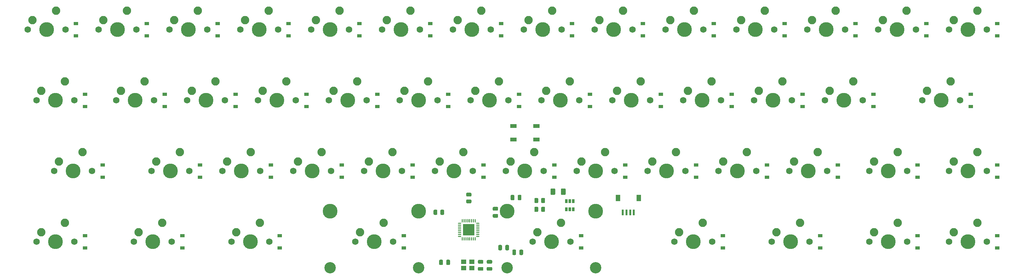
<source format=gbs>
G04 #@! TF.GenerationSoftware,KiCad,Pcbnew,5.1.10*
G04 #@! TF.CreationDate,2021-06-15T23:35:37+09:00*
G04 #@! TF.ProjectId,bakeneko40,62616b65-6e65-46b6-9f34-302e6b696361,rev?*
G04 #@! TF.SameCoordinates,Original*
G04 #@! TF.FileFunction,Soldermask,Bot*
G04 #@! TF.FilePolarity,Negative*
%FSLAX46Y46*%
G04 Gerber Fmt 4.6, Leading zero omitted, Abs format (unit mm)*
G04 Created by KiCad (PCBNEW 5.1.10) date 2021-06-15 23:35:37*
%MOMM*%
%LPD*%
G01*
G04 APERTURE LIST*
%ADD10R,3.100000X3.100000*%
%ADD11C,2.250000*%
%ADD12C,3.987800*%
%ADD13C,1.750000*%
%ADD14C,3.048000*%
%ADD15R,1.400000X1.200000*%
%ADD16R,0.650000X1.060000*%
%ADD17R,1.800000X1.100000*%
%ADD18R,0.600000X1.550000*%
%ADD19R,1.200000X1.800000*%
%ADD20R,1.200000X0.900000*%
G04 APERTURE END LIST*
D10*
G04 #@! TO.C,U1*
X138875800Y-111092180D03*
G36*
G01*
X141688300Y-112967180D02*
X140938300Y-112967180D01*
G75*
G02*
X140875800Y-112904680I0J62500D01*
G01*
X140875800Y-112779680D01*
G75*
G02*
X140938300Y-112717180I62500J0D01*
G01*
X141688300Y-112717180D01*
G75*
G02*
X141750800Y-112779680I0J-62500D01*
G01*
X141750800Y-112904680D01*
G75*
G02*
X141688300Y-112967180I-62500J0D01*
G01*
G37*
G36*
G01*
X141688300Y-112467180D02*
X140938300Y-112467180D01*
G75*
G02*
X140875800Y-112404680I0J62500D01*
G01*
X140875800Y-112279680D01*
G75*
G02*
X140938300Y-112217180I62500J0D01*
G01*
X141688300Y-112217180D01*
G75*
G02*
X141750800Y-112279680I0J-62500D01*
G01*
X141750800Y-112404680D01*
G75*
G02*
X141688300Y-112467180I-62500J0D01*
G01*
G37*
G36*
G01*
X141688300Y-111967180D02*
X140938300Y-111967180D01*
G75*
G02*
X140875800Y-111904680I0J62500D01*
G01*
X140875800Y-111779680D01*
G75*
G02*
X140938300Y-111717180I62500J0D01*
G01*
X141688300Y-111717180D01*
G75*
G02*
X141750800Y-111779680I0J-62500D01*
G01*
X141750800Y-111904680D01*
G75*
G02*
X141688300Y-111967180I-62500J0D01*
G01*
G37*
G36*
G01*
X141688300Y-111467180D02*
X140938300Y-111467180D01*
G75*
G02*
X140875800Y-111404680I0J62500D01*
G01*
X140875800Y-111279680D01*
G75*
G02*
X140938300Y-111217180I62500J0D01*
G01*
X141688300Y-111217180D01*
G75*
G02*
X141750800Y-111279680I0J-62500D01*
G01*
X141750800Y-111404680D01*
G75*
G02*
X141688300Y-111467180I-62500J0D01*
G01*
G37*
G36*
G01*
X141688300Y-110967180D02*
X140938300Y-110967180D01*
G75*
G02*
X140875800Y-110904680I0J62500D01*
G01*
X140875800Y-110779680D01*
G75*
G02*
X140938300Y-110717180I62500J0D01*
G01*
X141688300Y-110717180D01*
G75*
G02*
X141750800Y-110779680I0J-62500D01*
G01*
X141750800Y-110904680D01*
G75*
G02*
X141688300Y-110967180I-62500J0D01*
G01*
G37*
G36*
G01*
X141688300Y-110467180D02*
X140938300Y-110467180D01*
G75*
G02*
X140875800Y-110404680I0J62500D01*
G01*
X140875800Y-110279680D01*
G75*
G02*
X140938300Y-110217180I62500J0D01*
G01*
X141688300Y-110217180D01*
G75*
G02*
X141750800Y-110279680I0J-62500D01*
G01*
X141750800Y-110404680D01*
G75*
G02*
X141688300Y-110467180I-62500J0D01*
G01*
G37*
G36*
G01*
X141688300Y-109967180D02*
X140938300Y-109967180D01*
G75*
G02*
X140875800Y-109904680I0J62500D01*
G01*
X140875800Y-109779680D01*
G75*
G02*
X140938300Y-109717180I62500J0D01*
G01*
X141688300Y-109717180D01*
G75*
G02*
X141750800Y-109779680I0J-62500D01*
G01*
X141750800Y-109904680D01*
G75*
G02*
X141688300Y-109967180I-62500J0D01*
G01*
G37*
G36*
G01*
X141688300Y-109467180D02*
X140938300Y-109467180D01*
G75*
G02*
X140875800Y-109404680I0J62500D01*
G01*
X140875800Y-109279680D01*
G75*
G02*
X140938300Y-109217180I62500J0D01*
G01*
X141688300Y-109217180D01*
G75*
G02*
X141750800Y-109279680I0J-62500D01*
G01*
X141750800Y-109404680D01*
G75*
G02*
X141688300Y-109467180I-62500J0D01*
G01*
G37*
G36*
G01*
X140688300Y-109092180D02*
X140563300Y-109092180D01*
G75*
G02*
X140500800Y-109029680I0J62500D01*
G01*
X140500800Y-108279680D01*
G75*
G02*
X140563300Y-108217180I62500J0D01*
G01*
X140688300Y-108217180D01*
G75*
G02*
X140750800Y-108279680I0J-62500D01*
G01*
X140750800Y-109029680D01*
G75*
G02*
X140688300Y-109092180I-62500J0D01*
G01*
G37*
G36*
G01*
X140188300Y-109092180D02*
X140063300Y-109092180D01*
G75*
G02*
X140000800Y-109029680I0J62500D01*
G01*
X140000800Y-108279680D01*
G75*
G02*
X140063300Y-108217180I62500J0D01*
G01*
X140188300Y-108217180D01*
G75*
G02*
X140250800Y-108279680I0J-62500D01*
G01*
X140250800Y-109029680D01*
G75*
G02*
X140188300Y-109092180I-62500J0D01*
G01*
G37*
G36*
G01*
X139688300Y-109092180D02*
X139563300Y-109092180D01*
G75*
G02*
X139500800Y-109029680I0J62500D01*
G01*
X139500800Y-108279680D01*
G75*
G02*
X139563300Y-108217180I62500J0D01*
G01*
X139688300Y-108217180D01*
G75*
G02*
X139750800Y-108279680I0J-62500D01*
G01*
X139750800Y-109029680D01*
G75*
G02*
X139688300Y-109092180I-62500J0D01*
G01*
G37*
G36*
G01*
X139188300Y-109092180D02*
X139063300Y-109092180D01*
G75*
G02*
X139000800Y-109029680I0J62500D01*
G01*
X139000800Y-108279680D01*
G75*
G02*
X139063300Y-108217180I62500J0D01*
G01*
X139188300Y-108217180D01*
G75*
G02*
X139250800Y-108279680I0J-62500D01*
G01*
X139250800Y-109029680D01*
G75*
G02*
X139188300Y-109092180I-62500J0D01*
G01*
G37*
G36*
G01*
X138688300Y-109092180D02*
X138563300Y-109092180D01*
G75*
G02*
X138500800Y-109029680I0J62500D01*
G01*
X138500800Y-108279680D01*
G75*
G02*
X138563300Y-108217180I62500J0D01*
G01*
X138688300Y-108217180D01*
G75*
G02*
X138750800Y-108279680I0J-62500D01*
G01*
X138750800Y-109029680D01*
G75*
G02*
X138688300Y-109092180I-62500J0D01*
G01*
G37*
G36*
G01*
X138188300Y-109092180D02*
X138063300Y-109092180D01*
G75*
G02*
X138000800Y-109029680I0J62500D01*
G01*
X138000800Y-108279680D01*
G75*
G02*
X138063300Y-108217180I62500J0D01*
G01*
X138188300Y-108217180D01*
G75*
G02*
X138250800Y-108279680I0J-62500D01*
G01*
X138250800Y-109029680D01*
G75*
G02*
X138188300Y-109092180I-62500J0D01*
G01*
G37*
G36*
G01*
X137688300Y-109092180D02*
X137563300Y-109092180D01*
G75*
G02*
X137500800Y-109029680I0J62500D01*
G01*
X137500800Y-108279680D01*
G75*
G02*
X137563300Y-108217180I62500J0D01*
G01*
X137688300Y-108217180D01*
G75*
G02*
X137750800Y-108279680I0J-62500D01*
G01*
X137750800Y-109029680D01*
G75*
G02*
X137688300Y-109092180I-62500J0D01*
G01*
G37*
G36*
G01*
X137188300Y-109092180D02*
X137063300Y-109092180D01*
G75*
G02*
X137000800Y-109029680I0J62500D01*
G01*
X137000800Y-108279680D01*
G75*
G02*
X137063300Y-108217180I62500J0D01*
G01*
X137188300Y-108217180D01*
G75*
G02*
X137250800Y-108279680I0J-62500D01*
G01*
X137250800Y-109029680D01*
G75*
G02*
X137188300Y-109092180I-62500J0D01*
G01*
G37*
G36*
G01*
X136813300Y-109467180D02*
X136063300Y-109467180D01*
G75*
G02*
X136000800Y-109404680I0J62500D01*
G01*
X136000800Y-109279680D01*
G75*
G02*
X136063300Y-109217180I62500J0D01*
G01*
X136813300Y-109217180D01*
G75*
G02*
X136875800Y-109279680I0J-62500D01*
G01*
X136875800Y-109404680D01*
G75*
G02*
X136813300Y-109467180I-62500J0D01*
G01*
G37*
G36*
G01*
X136813300Y-109967180D02*
X136063300Y-109967180D01*
G75*
G02*
X136000800Y-109904680I0J62500D01*
G01*
X136000800Y-109779680D01*
G75*
G02*
X136063300Y-109717180I62500J0D01*
G01*
X136813300Y-109717180D01*
G75*
G02*
X136875800Y-109779680I0J-62500D01*
G01*
X136875800Y-109904680D01*
G75*
G02*
X136813300Y-109967180I-62500J0D01*
G01*
G37*
G36*
G01*
X136813300Y-110467180D02*
X136063300Y-110467180D01*
G75*
G02*
X136000800Y-110404680I0J62500D01*
G01*
X136000800Y-110279680D01*
G75*
G02*
X136063300Y-110217180I62500J0D01*
G01*
X136813300Y-110217180D01*
G75*
G02*
X136875800Y-110279680I0J-62500D01*
G01*
X136875800Y-110404680D01*
G75*
G02*
X136813300Y-110467180I-62500J0D01*
G01*
G37*
G36*
G01*
X136813300Y-110967180D02*
X136063300Y-110967180D01*
G75*
G02*
X136000800Y-110904680I0J62500D01*
G01*
X136000800Y-110779680D01*
G75*
G02*
X136063300Y-110717180I62500J0D01*
G01*
X136813300Y-110717180D01*
G75*
G02*
X136875800Y-110779680I0J-62500D01*
G01*
X136875800Y-110904680D01*
G75*
G02*
X136813300Y-110967180I-62500J0D01*
G01*
G37*
G36*
G01*
X136813300Y-111467180D02*
X136063300Y-111467180D01*
G75*
G02*
X136000800Y-111404680I0J62500D01*
G01*
X136000800Y-111279680D01*
G75*
G02*
X136063300Y-111217180I62500J0D01*
G01*
X136813300Y-111217180D01*
G75*
G02*
X136875800Y-111279680I0J-62500D01*
G01*
X136875800Y-111404680D01*
G75*
G02*
X136813300Y-111467180I-62500J0D01*
G01*
G37*
G36*
G01*
X136813300Y-111967180D02*
X136063300Y-111967180D01*
G75*
G02*
X136000800Y-111904680I0J62500D01*
G01*
X136000800Y-111779680D01*
G75*
G02*
X136063300Y-111717180I62500J0D01*
G01*
X136813300Y-111717180D01*
G75*
G02*
X136875800Y-111779680I0J-62500D01*
G01*
X136875800Y-111904680D01*
G75*
G02*
X136813300Y-111967180I-62500J0D01*
G01*
G37*
G36*
G01*
X136813300Y-112467180D02*
X136063300Y-112467180D01*
G75*
G02*
X136000800Y-112404680I0J62500D01*
G01*
X136000800Y-112279680D01*
G75*
G02*
X136063300Y-112217180I62500J0D01*
G01*
X136813300Y-112217180D01*
G75*
G02*
X136875800Y-112279680I0J-62500D01*
G01*
X136875800Y-112404680D01*
G75*
G02*
X136813300Y-112467180I-62500J0D01*
G01*
G37*
G36*
G01*
X136813300Y-112967180D02*
X136063300Y-112967180D01*
G75*
G02*
X136000800Y-112904680I0J62500D01*
G01*
X136000800Y-112779680D01*
G75*
G02*
X136063300Y-112717180I62500J0D01*
G01*
X136813300Y-112717180D01*
G75*
G02*
X136875800Y-112779680I0J-62500D01*
G01*
X136875800Y-112904680D01*
G75*
G02*
X136813300Y-112967180I-62500J0D01*
G01*
G37*
G36*
G01*
X137188300Y-113967180D02*
X137063300Y-113967180D01*
G75*
G02*
X137000800Y-113904680I0J62500D01*
G01*
X137000800Y-113154680D01*
G75*
G02*
X137063300Y-113092180I62500J0D01*
G01*
X137188300Y-113092180D01*
G75*
G02*
X137250800Y-113154680I0J-62500D01*
G01*
X137250800Y-113904680D01*
G75*
G02*
X137188300Y-113967180I-62500J0D01*
G01*
G37*
G36*
G01*
X137688300Y-113967180D02*
X137563300Y-113967180D01*
G75*
G02*
X137500800Y-113904680I0J62500D01*
G01*
X137500800Y-113154680D01*
G75*
G02*
X137563300Y-113092180I62500J0D01*
G01*
X137688300Y-113092180D01*
G75*
G02*
X137750800Y-113154680I0J-62500D01*
G01*
X137750800Y-113904680D01*
G75*
G02*
X137688300Y-113967180I-62500J0D01*
G01*
G37*
G36*
G01*
X138188300Y-113967180D02*
X138063300Y-113967180D01*
G75*
G02*
X138000800Y-113904680I0J62500D01*
G01*
X138000800Y-113154680D01*
G75*
G02*
X138063300Y-113092180I62500J0D01*
G01*
X138188300Y-113092180D01*
G75*
G02*
X138250800Y-113154680I0J-62500D01*
G01*
X138250800Y-113904680D01*
G75*
G02*
X138188300Y-113967180I-62500J0D01*
G01*
G37*
G36*
G01*
X138688300Y-113967180D02*
X138563300Y-113967180D01*
G75*
G02*
X138500800Y-113904680I0J62500D01*
G01*
X138500800Y-113154680D01*
G75*
G02*
X138563300Y-113092180I62500J0D01*
G01*
X138688300Y-113092180D01*
G75*
G02*
X138750800Y-113154680I0J-62500D01*
G01*
X138750800Y-113904680D01*
G75*
G02*
X138688300Y-113967180I-62500J0D01*
G01*
G37*
G36*
G01*
X139188300Y-113967180D02*
X139063300Y-113967180D01*
G75*
G02*
X139000800Y-113904680I0J62500D01*
G01*
X139000800Y-113154680D01*
G75*
G02*
X139063300Y-113092180I62500J0D01*
G01*
X139188300Y-113092180D01*
G75*
G02*
X139250800Y-113154680I0J-62500D01*
G01*
X139250800Y-113904680D01*
G75*
G02*
X139188300Y-113967180I-62500J0D01*
G01*
G37*
G36*
G01*
X139688300Y-113967180D02*
X139563300Y-113967180D01*
G75*
G02*
X139500800Y-113904680I0J62500D01*
G01*
X139500800Y-113154680D01*
G75*
G02*
X139563300Y-113092180I62500J0D01*
G01*
X139688300Y-113092180D01*
G75*
G02*
X139750800Y-113154680I0J-62500D01*
G01*
X139750800Y-113904680D01*
G75*
G02*
X139688300Y-113967180I-62500J0D01*
G01*
G37*
G36*
G01*
X140188300Y-113967180D02*
X140063300Y-113967180D01*
G75*
G02*
X140000800Y-113904680I0J62500D01*
G01*
X140000800Y-113154680D01*
G75*
G02*
X140063300Y-113092180I62500J0D01*
G01*
X140188300Y-113092180D01*
G75*
G02*
X140250800Y-113154680I0J-62500D01*
G01*
X140250800Y-113904680D01*
G75*
G02*
X140188300Y-113967180I-62500J0D01*
G01*
G37*
G36*
G01*
X140688300Y-113967180D02*
X140563300Y-113967180D01*
G75*
G02*
X140500800Y-113904680I0J62500D01*
G01*
X140500800Y-113154680D01*
G75*
G02*
X140563300Y-113092180I62500J0D01*
G01*
X140688300Y-113092180D01*
G75*
G02*
X140750800Y-113154680I0J-62500D01*
G01*
X140750800Y-113904680D01*
G75*
G02*
X140688300Y-113967180I-62500J0D01*
G01*
G37*
G04 #@! TD*
D11*
G04 #@! TO.C,MX45*
X163671250Y-109220000D03*
D12*
X161131250Y-114300000D03*
D11*
X157321250Y-111760000D03*
D13*
X156051250Y-114300000D03*
X166211250Y-114300000D03*
D14*
X149225000Y-121285000D03*
X173037500Y-121285000D03*
D12*
X149225000Y-106045000D03*
X173037500Y-106045000D03*
G04 #@! TD*
D11*
G04 #@! TO.C,MX44*
X116046250Y-109220000D03*
D12*
X113506250Y-114300000D03*
D11*
X109696250Y-111760000D03*
D13*
X108426250Y-114300000D03*
X118586250Y-114300000D03*
D14*
X101600000Y-121285000D03*
X125412500Y-121285000D03*
D12*
X101600000Y-106045000D03*
X125412500Y-106045000D03*
G04 #@! TD*
D11*
G04 #@! TO.C,MX32*
X118427500Y-90170000D03*
D12*
X115887500Y-95250000D03*
D11*
X112077500Y-92710000D03*
D13*
X110807500Y-95250000D03*
X120967500Y-95250000D03*
G04 #@! TD*
D11*
G04 #@! TO.C,MX41*
X30321250Y-109220000D03*
D12*
X27781250Y-114300000D03*
D11*
X23971250Y-111760000D03*
D13*
X22701250Y-114300000D03*
X32861250Y-114300000D03*
G04 #@! TD*
D11*
G04 #@! TO.C,MX49*
X275590000Y-109220000D03*
D12*
X273050000Y-114300000D03*
D11*
X269240000Y-111760000D03*
D13*
X267970000Y-114300000D03*
X278130000Y-114300000D03*
G04 #@! TD*
D11*
G04 #@! TO.C,MX21*
X147002500Y-71120000D03*
D12*
X144462500Y-76200000D03*
D11*
X140652500Y-73660000D03*
D13*
X139382500Y-76200000D03*
X149542500Y-76200000D03*
G04 #@! TD*
D11*
G04 #@! TO.C,MX35*
X175577500Y-90170000D03*
D12*
X173037500Y-95250000D03*
D11*
X169227500Y-92710000D03*
D13*
X167957500Y-95250000D03*
X178117500Y-95250000D03*
G04 #@! TD*
D11*
G04 #@! TO.C,MX14*
X275590000Y-52070000D03*
D12*
X273050000Y-57150000D03*
D11*
X269240000Y-54610000D03*
D13*
X267970000Y-57150000D03*
X278130000Y-57150000D03*
G04 #@! TD*
D11*
G04 #@! TO.C,MX3*
X66040000Y-52070000D03*
D12*
X63500000Y-57150000D03*
D11*
X59690000Y-54610000D03*
D13*
X58420000Y-57150000D03*
X68580000Y-57150000D03*
G04 #@! TD*
D11*
G04 #@! TO.C,MX30*
X80327500Y-90170000D03*
D12*
X77787500Y-95250000D03*
D11*
X73977500Y-92710000D03*
D13*
X72707500Y-95250000D03*
X82867500Y-95250000D03*
G04 #@! TD*
D11*
G04 #@! TO.C,MX42*
X56515000Y-109220000D03*
D12*
X53975000Y-114300000D03*
D11*
X50165000Y-111760000D03*
D13*
X48895000Y-114300000D03*
X59055000Y-114300000D03*
G04 #@! TD*
D15*
G04 #@! TO.C,Y1*
X137500000Y-121430077D03*
X139700000Y-121430077D03*
X139700000Y-119730077D03*
X137500000Y-119730077D03*
G04 #@! TD*
D16*
G04 #@! TO.C,U2*
X166049999Y-105534811D03*
X165099999Y-105534811D03*
X166999999Y-105534811D03*
X166999999Y-103334811D03*
X166049999Y-103334811D03*
X165099999Y-103334811D03*
G04 #@! TD*
D17*
G04 #@! TO.C,SW1*
X150887500Y-83081250D03*
X157087500Y-86781250D03*
X150887500Y-86781250D03*
X157087500Y-83081250D03*
G04 #@! TD*
G04 #@! TO.C,R4*
G36*
G01*
X138456249Y-102912500D02*
X139356251Y-102912500D01*
G75*
G02*
X139606250Y-103162499I0J-249999D01*
G01*
X139606250Y-103687501D01*
G75*
G02*
X139356251Y-103937500I-249999J0D01*
G01*
X138456249Y-103937500D01*
G75*
G02*
X138206250Y-103687501I0J249999D01*
G01*
X138206250Y-103162499D01*
G75*
G02*
X138456249Y-102912500I249999J0D01*
G01*
G37*
G36*
G01*
X138456249Y-101087500D02*
X139356251Y-101087500D01*
G75*
G02*
X139606250Y-101337499I0J-249999D01*
G01*
X139606250Y-101862501D01*
G75*
G02*
X139356251Y-102112500I-249999J0D01*
G01*
X138456249Y-102112500D01*
G75*
G02*
X138206250Y-101862501I0J249999D01*
G01*
X138206250Y-101337499D01*
G75*
G02*
X138456249Y-101087500I249999J0D01*
G01*
G37*
G04 #@! TD*
G04 #@! TO.C,R3*
G36*
G01*
X158356250Y-106018751D02*
X158356250Y-105118749D01*
G75*
G02*
X158606249Y-104868750I249999J0D01*
G01*
X159131251Y-104868750D01*
G75*
G02*
X159381250Y-105118749I0J-249999D01*
G01*
X159381250Y-106018751D01*
G75*
G02*
X159131251Y-106268750I-249999J0D01*
G01*
X158606249Y-106268750D01*
G75*
G02*
X158356250Y-106018751I0J249999D01*
G01*
G37*
G36*
G01*
X156531250Y-106018751D02*
X156531250Y-105118749D01*
G75*
G02*
X156781249Y-104868750I249999J0D01*
G01*
X157306251Y-104868750D01*
G75*
G02*
X157556250Y-105118749I0J-249999D01*
G01*
X157556250Y-106018751D01*
G75*
G02*
X157306251Y-106268750I-249999J0D01*
G01*
X156781249Y-106268750D01*
G75*
G02*
X156531250Y-106018751I0J249999D01*
G01*
G37*
G04 #@! TD*
G04 #@! TO.C,R2*
G36*
G01*
X158356250Y-103637501D02*
X158356250Y-102737499D01*
G75*
G02*
X158606249Y-102487500I249999J0D01*
G01*
X159131251Y-102487500D01*
G75*
G02*
X159381250Y-102737499I0J-249999D01*
G01*
X159381250Y-103637501D01*
G75*
G02*
X159131251Y-103887500I-249999J0D01*
G01*
X158606249Y-103887500D01*
G75*
G02*
X158356250Y-103637501I0J249999D01*
G01*
G37*
G36*
G01*
X156531250Y-103637501D02*
X156531250Y-102737499D01*
G75*
G02*
X156781249Y-102487500I249999J0D01*
G01*
X157306251Y-102487500D01*
G75*
G02*
X157556250Y-102737499I0J-249999D01*
G01*
X157556250Y-103637501D01*
G75*
G02*
X157306251Y-103887500I-249999J0D01*
G01*
X156781249Y-103887500D01*
G75*
G02*
X156531250Y-103637501I0J249999D01*
G01*
G37*
G04 #@! TD*
G04 #@! TO.C,R1*
G36*
G01*
X131250000Y-106812501D02*
X131250000Y-105912499D01*
G75*
G02*
X131499999Y-105662500I249999J0D01*
G01*
X132025001Y-105662500D01*
G75*
G02*
X132275000Y-105912499I0J-249999D01*
G01*
X132275000Y-106812501D01*
G75*
G02*
X132025001Y-107062500I-249999J0D01*
G01*
X131499999Y-107062500D01*
G75*
G02*
X131250000Y-106812501I0J249999D01*
G01*
G37*
G36*
G01*
X129425000Y-106812501D02*
X129425000Y-105912499D01*
G75*
G02*
X129674999Y-105662500I249999J0D01*
G01*
X130200001Y-105662500D01*
G75*
G02*
X130450000Y-105912499I0J-249999D01*
G01*
X130450000Y-106812501D01*
G75*
G02*
X130200001Y-107062500I-249999J0D01*
G01*
X129674999Y-107062500D01*
G75*
G02*
X129425000Y-106812501I0J249999D01*
G01*
G37*
G04 #@! TD*
D11*
G04 #@! TO.C,MX48*
X254158750Y-109220000D03*
D12*
X251618750Y-114300000D03*
D11*
X247808750Y-111760000D03*
D13*
X246538750Y-114300000D03*
X256698750Y-114300000D03*
G04 #@! TD*
D11*
G04 #@! TO.C,MX47*
X227965000Y-109220000D03*
D12*
X225425000Y-114300000D03*
D11*
X221615000Y-111760000D03*
D13*
X220345000Y-114300000D03*
X230505000Y-114300000D03*
G04 #@! TD*
D11*
G04 #@! TO.C,MX46*
X201771250Y-109220000D03*
D12*
X199231250Y-114300000D03*
D11*
X195421250Y-111760000D03*
D13*
X194151250Y-114300000D03*
X204311250Y-114300000D03*
G04 #@! TD*
D11*
G04 #@! TO.C,MX43*
X82708750Y-109220000D03*
D12*
X80168750Y-114300000D03*
D11*
X76358750Y-111760000D03*
D13*
X75088750Y-114300000D03*
X85248750Y-114300000D03*
G04 #@! TD*
D11*
G04 #@! TO.C,MX40*
X275590000Y-90170000D03*
D12*
X273050000Y-95250000D03*
D11*
X269240000Y-92710000D03*
D13*
X267970000Y-95250000D03*
X278130000Y-95250000D03*
G04 #@! TD*
D11*
G04 #@! TO.C,MX39*
X254158750Y-90170000D03*
D12*
X251618750Y-95250000D03*
D11*
X247808750Y-92710000D03*
D13*
X246538750Y-95250000D03*
X256698750Y-95250000D03*
G04 #@! TD*
D11*
G04 #@! TO.C,MX38*
X232727500Y-90170000D03*
D12*
X230187500Y-95250000D03*
D11*
X226377500Y-92710000D03*
D13*
X225107500Y-95250000D03*
X235267500Y-95250000D03*
G04 #@! TD*
D11*
G04 #@! TO.C,MX37*
X213677500Y-90170000D03*
D12*
X211137500Y-95250000D03*
D11*
X207327500Y-92710000D03*
D13*
X206057500Y-95250000D03*
X216217500Y-95250000D03*
G04 #@! TD*
D11*
G04 #@! TO.C,MX36*
X194627500Y-90170000D03*
D12*
X192087500Y-95250000D03*
D11*
X188277500Y-92710000D03*
D13*
X187007500Y-95250000D03*
X197167500Y-95250000D03*
G04 #@! TD*
D11*
G04 #@! TO.C,MX34*
X156527500Y-90170000D03*
D12*
X153987500Y-95250000D03*
D11*
X150177500Y-92710000D03*
D13*
X148907500Y-95250000D03*
X159067500Y-95250000D03*
G04 #@! TD*
D11*
G04 #@! TO.C,MX33*
X137477500Y-90170000D03*
D12*
X134937500Y-95250000D03*
D11*
X131127500Y-92710000D03*
D13*
X129857500Y-95250000D03*
X140017500Y-95250000D03*
G04 #@! TD*
D11*
G04 #@! TO.C,MX31*
X99377500Y-90170000D03*
D12*
X96837500Y-95250000D03*
D11*
X93027500Y-92710000D03*
D13*
X91757500Y-95250000D03*
X101917500Y-95250000D03*
G04 #@! TD*
D11*
G04 #@! TO.C,MX29*
X61277500Y-90170000D03*
D12*
X58737500Y-95250000D03*
D11*
X54927500Y-92710000D03*
D13*
X53657500Y-95250000D03*
X63817500Y-95250000D03*
G04 #@! TD*
D11*
G04 #@! TO.C,MX28*
X35083750Y-90170000D03*
D12*
X32543750Y-95250000D03*
D11*
X28733750Y-92710000D03*
D13*
X27463750Y-95250000D03*
X37623750Y-95250000D03*
G04 #@! TD*
D11*
G04 #@! TO.C,MX27*
X268446250Y-71120000D03*
D12*
X265906250Y-76200000D03*
D11*
X262096250Y-73660000D03*
D13*
X260826250Y-76200000D03*
X270986250Y-76200000D03*
G04 #@! TD*
D11*
G04 #@! TO.C,MX26*
X242252500Y-71120000D03*
D12*
X239712500Y-76200000D03*
D11*
X235902500Y-73660000D03*
D13*
X234632500Y-76200000D03*
X244792500Y-76200000D03*
G04 #@! TD*
D11*
G04 #@! TO.C,MX25*
X223202500Y-71120000D03*
D12*
X220662500Y-76200000D03*
D11*
X216852500Y-73660000D03*
D13*
X215582500Y-76200000D03*
X225742500Y-76200000D03*
G04 #@! TD*
D11*
G04 #@! TO.C,MX24*
X204152500Y-71120000D03*
D12*
X201612500Y-76200000D03*
D11*
X197802500Y-73660000D03*
D13*
X196532500Y-76200000D03*
X206692500Y-76200000D03*
G04 #@! TD*
D11*
G04 #@! TO.C,MX23*
X185102500Y-71120000D03*
D12*
X182562500Y-76200000D03*
D11*
X178752500Y-73660000D03*
D13*
X177482500Y-76200000D03*
X187642500Y-76200000D03*
G04 #@! TD*
D11*
G04 #@! TO.C,MX22*
X166052500Y-71120000D03*
D12*
X163512500Y-76200000D03*
D11*
X159702500Y-73660000D03*
D13*
X158432500Y-76200000D03*
X168592500Y-76200000D03*
G04 #@! TD*
D11*
G04 #@! TO.C,MX20*
X127952500Y-71120000D03*
D12*
X125412500Y-76200000D03*
D11*
X121602500Y-73660000D03*
D13*
X120332500Y-76200000D03*
X130492500Y-76200000D03*
G04 #@! TD*
D11*
G04 #@! TO.C,MX19*
X108902500Y-71120000D03*
D12*
X106362500Y-76200000D03*
D11*
X102552500Y-73660000D03*
D13*
X101282500Y-76200000D03*
X111442500Y-76200000D03*
G04 #@! TD*
D11*
G04 #@! TO.C,MX18*
X89852500Y-71120000D03*
D12*
X87312500Y-76200000D03*
D11*
X83502500Y-73660000D03*
D13*
X82232500Y-76200000D03*
X92392500Y-76200000D03*
G04 #@! TD*
D11*
G04 #@! TO.C,MX17*
X70802500Y-71120000D03*
D12*
X68262500Y-76200000D03*
D11*
X64452500Y-73660000D03*
D13*
X63182500Y-76200000D03*
X73342500Y-76200000D03*
G04 #@! TD*
D11*
G04 #@! TO.C,MX16*
X51752500Y-71120000D03*
D12*
X49212500Y-76200000D03*
D11*
X45402500Y-73660000D03*
D13*
X44132500Y-76200000D03*
X54292500Y-76200000D03*
G04 #@! TD*
D11*
G04 #@! TO.C,MX15*
X30321250Y-71120000D03*
D12*
X27781250Y-76200000D03*
D11*
X23971250Y-73660000D03*
D13*
X22701250Y-76200000D03*
X32861250Y-76200000D03*
G04 #@! TD*
D11*
G04 #@! TO.C,MX13*
X256540000Y-52070000D03*
D12*
X254000000Y-57150000D03*
D11*
X250190000Y-54610000D03*
D13*
X248920000Y-57150000D03*
X259080000Y-57150000D03*
G04 #@! TD*
D11*
G04 #@! TO.C,MX12*
X237490000Y-52070000D03*
D12*
X234950000Y-57150000D03*
D11*
X231140000Y-54610000D03*
D13*
X229870000Y-57150000D03*
X240030000Y-57150000D03*
G04 #@! TD*
D11*
G04 #@! TO.C,MX11*
X218440000Y-52070000D03*
D12*
X215900000Y-57150000D03*
D11*
X212090000Y-54610000D03*
D13*
X210820000Y-57150000D03*
X220980000Y-57150000D03*
G04 #@! TD*
D11*
G04 #@! TO.C,MX10*
X199390000Y-52070000D03*
D12*
X196850000Y-57150000D03*
D11*
X193040000Y-54610000D03*
D13*
X191770000Y-57150000D03*
X201930000Y-57150000D03*
G04 #@! TD*
D11*
G04 #@! TO.C,MX9*
X180340000Y-52070000D03*
D12*
X177800000Y-57150000D03*
D11*
X173990000Y-54610000D03*
D13*
X172720000Y-57150000D03*
X182880000Y-57150000D03*
G04 #@! TD*
D11*
G04 #@! TO.C,MX8*
X161290000Y-52070000D03*
D12*
X158750000Y-57150000D03*
D11*
X154940000Y-54610000D03*
D13*
X153670000Y-57150000D03*
X163830000Y-57150000D03*
G04 #@! TD*
D11*
G04 #@! TO.C,MX7*
X142240000Y-52070000D03*
D12*
X139700000Y-57150000D03*
D11*
X135890000Y-54610000D03*
D13*
X134620000Y-57150000D03*
X144780000Y-57150000D03*
G04 #@! TD*
D11*
G04 #@! TO.C,MX6*
X123190000Y-52070000D03*
D12*
X120650000Y-57150000D03*
D11*
X116840000Y-54610000D03*
D13*
X115570000Y-57150000D03*
X125730000Y-57150000D03*
G04 #@! TD*
D11*
G04 #@! TO.C,MX5*
X104140000Y-52070000D03*
D12*
X101600000Y-57150000D03*
D11*
X97790000Y-54610000D03*
D13*
X96520000Y-57150000D03*
X106680000Y-57150000D03*
G04 #@! TD*
D11*
G04 #@! TO.C,MX4*
X85090000Y-52070000D03*
D12*
X82550000Y-57150000D03*
D11*
X78740000Y-54610000D03*
D13*
X77470000Y-57150000D03*
X87630000Y-57150000D03*
G04 #@! TD*
D11*
G04 #@! TO.C,MX2*
X46990000Y-52070000D03*
D12*
X44450000Y-57150000D03*
D11*
X40640000Y-54610000D03*
D13*
X39370000Y-57150000D03*
X49530000Y-57150000D03*
G04 #@! TD*
D11*
G04 #@! TO.C,MX1*
X27940000Y-52070000D03*
D12*
X25400000Y-57150000D03*
D11*
X21590000Y-54610000D03*
D13*
X20320000Y-57150000D03*
X30480000Y-57150000D03*
G04 #@! TD*
D18*
G04 #@! TO.C,J1*
X182268750Y-106375000D03*
X183268750Y-106375000D03*
X181268750Y-106375000D03*
X180268750Y-106375000D03*
D19*
X178968750Y-102500000D03*
X184568750Y-102500000D03*
G04 #@! TD*
G04 #@! TO.C,F1*
G36*
G01*
X163681250Y-101431250D02*
X163681250Y-100181250D01*
G75*
G02*
X163931250Y-99931250I250000J0D01*
G01*
X164681250Y-99931250D01*
G75*
G02*
X164931250Y-100181250I0J-250000D01*
G01*
X164931250Y-101431250D01*
G75*
G02*
X164681250Y-101681250I-250000J0D01*
G01*
X163931250Y-101681250D01*
G75*
G02*
X163681250Y-101431250I0J250000D01*
G01*
G37*
G36*
G01*
X160881250Y-101431250D02*
X160881250Y-100181250D01*
G75*
G02*
X161131250Y-99931250I250000J0D01*
G01*
X161881250Y-99931250D01*
G75*
G02*
X162131250Y-100181250I0J-250000D01*
G01*
X162131250Y-101431250D01*
G75*
G02*
X161881250Y-101681250I-250000J0D01*
G01*
X161131250Y-101681250D01*
G75*
G02*
X160881250Y-101431250I0J250000D01*
G01*
G37*
G04 #@! TD*
D20*
G04 #@! TO.C,D49*
X280987500Y-112650000D03*
X280987500Y-115950000D03*
G04 #@! TD*
G04 #@! TO.C,D48*
X259556250Y-112650000D03*
X259556250Y-115950000D03*
G04 #@! TD*
G04 #@! TO.C,D47*
X233362500Y-112650000D03*
X233362500Y-115950000D03*
G04 #@! TD*
G04 #@! TO.C,D46*
X207168750Y-112650000D03*
X207168750Y-115950000D03*
G04 #@! TD*
G04 #@! TO.C,D45*
X169068750Y-112650000D03*
X169068750Y-115950000D03*
G04 #@! TD*
G04 #@! TO.C,D44*
X121443750Y-112650000D03*
X121443750Y-115950000D03*
G04 #@! TD*
G04 #@! TO.C,D43*
X88106250Y-112650000D03*
X88106250Y-115950000D03*
G04 #@! TD*
G04 #@! TO.C,D42*
X61912500Y-112650000D03*
X61912500Y-115950000D03*
G04 #@! TD*
G04 #@! TO.C,D41*
X35718750Y-112650000D03*
X35718750Y-115950000D03*
G04 #@! TD*
G04 #@! TO.C,D40*
X280987500Y-93600000D03*
X280987500Y-96900000D03*
G04 #@! TD*
G04 #@! TO.C,D39*
X259556250Y-93600000D03*
X259556250Y-96900000D03*
G04 #@! TD*
G04 #@! TO.C,D38*
X238125000Y-93600000D03*
X238125000Y-96900000D03*
G04 #@! TD*
G04 #@! TO.C,D37*
X219075000Y-93600000D03*
X219075000Y-96900000D03*
G04 #@! TD*
G04 #@! TO.C,D36*
X200025000Y-93600000D03*
X200025000Y-96900000D03*
G04 #@! TD*
G04 #@! TO.C,D35*
X180975000Y-93600000D03*
X180975000Y-96900000D03*
G04 #@! TD*
G04 #@! TO.C,D34*
X161925000Y-93600000D03*
X161925000Y-96900000D03*
G04 #@! TD*
G04 #@! TO.C,D33*
X142875000Y-93600000D03*
X142875000Y-96900000D03*
G04 #@! TD*
G04 #@! TO.C,D32*
X123825000Y-93600000D03*
X123825000Y-96900000D03*
G04 #@! TD*
G04 #@! TO.C,D31*
X104775000Y-93600000D03*
X104775000Y-96900000D03*
G04 #@! TD*
G04 #@! TO.C,D30*
X85725000Y-93600000D03*
X85725000Y-96900000D03*
G04 #@! TD*
G04 #@! TO.C,D29*
X66675000Y-93600000D03*
X66675000Y-96900000D03*
G04 #@! TD*
G04 #@! TO.C,D28*
X40481250Y-93600000D03*
X40481250Y-96900000D03*
G04 #@! TD*
G04 #@! TO.C,D27*
X273843750Y-74550000D03*
X273843750Y-77850000D03*
G04 #@! TD*
G04 #@! TO.C,D26*
X247650000Y-74550000D03*
X247650000Y-77850000D03*
G04 #@! TD*
G04 #@! TO.C,D25*
X228600000Y-74550000D03*
X228600000Y-77850000D03*
G04 #@! TD*
G04 #@! TO.C,D24*
X209550000Y-74550000D03*
X209550000Y-77850000D03*
G04 #@! TD*
G04 #@! TO.C,D23*
X190500000Y-74550000D03*
X190500000Y-77850000D03*
G04 #@! TD*
G04 #@! TO.C,D22*
X171450000Y-74550000D03*
X171450000Y-77850000D03*
G04 #@! TD*
G04 #@! TO.C,D21*
X152400000Y-74550000D03*
X152400000Y-77850000D03*
G04 #@! TD*
G04 #@! TO.C,D20*
X133350000Y-74550000D03*
X133350000Y-77850000D03*
G04 #@! TD*
G04 #@! TO.C,D19*
X114300000Y-74550000D03*
X114300000Y-77850000D03*
G04 #@! TD*
G04 #@! TO.C,D18*
X95250000Y-74550000D03*
X95250000Y-77850000D03*
G04 #@! TD*
G04 #@! TO.C,D17*
X76200000Y-74550000D03*
X76200000Y-77850000D03*
G04 #@! TD*
G04 #@! TO.C,D16*
X57150000Y-74550000D03*
X57150000Y-77850000D03*
G04 #@! TD*
G04 #@! TO.C,D15*
X35718750Y-74550000D03*
X35718750Y-77850000D03*
G04 #@! TD*
G04 #@! TO.C,D14*
X280987500Y-55500000D03*
X280987500Y-58800000D03*
G04 #@! TD*
G04 #@! TO.C,D13*
X261937500Y-55500000D03*
X261937500Y-58800000D03*
G04 #@! TD*
G04 #@! TO.C,D12*
X242887500Y-55500000D03*
X242887500Y-58800000D03*
G04 #@! TD*
G04 #@! TO.C,D11*
X223837500Y-55500000D03*
X223837500Y-58800000D03*
G04 #@! TD*
G04 #@! TO.C,D10*
X204787500Y-55500000D03*
X204787500Y-58800000D03*
G04 #@! TD*
G04 #@! TO.C,D9*
X185737500Y-55500000D03*
X185737500Y-58800000D03*
G04 #@! TD*
G04 #@! TO.C,D8*
X166687500Y-55500000D03*
X166687500Y-58800000D03*
G04 #@! TD*
G04 #@! TO.C,D7*
X147637500Y-55500000D03*
X147637500Y-58800000D03*
G04 #@! TD*
G04 #@! TO.C,D6*
X128587500Y-55500000D03*
X128587500Y-58800000D03*
G04 #@! TD*
G04 #@! TO.C,D5*
X109537500Y-55500000D03*
X109537500Y-58800000D03*
G04 #@! TD*
G04 #@! TO.C,D4*
X90487500Y-55500000D03*
X90487500Y-58800000D03*
G04 #@! TD*
G04 #@! TO.C,D3*
X71437500Y-55500000D03*
X71437500Y-58800000D03*
G04 #@! TD*
G04 #@! TO.C,D2*
X52387500Y-55500000D03*
X52387500Y-58800000D03*
G04 #@! TD*
G04 #@! TO.C,D1*
X33337500Y-55500000D03*
X33337500Y-58800000D03*
G04 #@! TD*
G04 #@! TO.C,C7*
G36*
G01*
X141606250Y-121100000D02*
X142556250Y-121100000D01*
G75*
G02*
X142806250Y-121350000I0J-250000D01*
G01*
X142806250Y-121850000D01*
G75*
G02*
X142556250Y-122100000I-250000J0D01*
G01*
X141606250Y-122100000D01*
G75*
G02*
X141356250Y-121850000I0J250000D01*
G01*
X141356250Y-121350000D01*
G75*
G02*
X141606250Y-121100000I250000J0D01*
G01*
G37*
G36*
G01*
X141606250Y-119200000D02*
X142556250Y-119200000D01*
G75*
G02*
X142806250Y-119450000I0J-250000D01*
G01*
X142806250Y-119950000D01*
G75*
G02*
X142556250Y-120200000I-250000J0D01*
G01*
X141606250Y-120200000D01*
G75*
G02*
X141356250Y-119950000I0J250000D01*
G01*
X141356250Y-119450000D01*
G75*
G02*
X141606250Y-119200000I250000J0D01*
G01*
G37*
G04 #@! TD*
G04 #@! TO.C,C6*
G36*
G01*
X143987500Y-121100000D02*
X144937500Y-121100000D01*
G75*
G02*
X145187500Y-121350000I0J-250000D01*
G01*
X145187500Y-121850000D01*
G75*
G02*
X144937500Y-122100000I-250000J0D01*
G01*
X143987500Y-122100000D01*
G75*
G02*
X143737500Y-121850000I0J250000D01*
G01*
X143737500Y-121350000D01*
G75*
G02*
X143987500Y-121100000I250000J0D01*
G01*
G37*
G36*
G01*
X143987500Y-119200000D02*
X144937500Y-119200000D01*
G75*
G02*
X145187500Y-119450000I0J-250000D01*
G01*
X145187500Y-119950000D01*
G75*
G02*
X144937500Y-120200000I-250000J0D01*
G01*
X143987500Y-120200000D01*
G75*
G02*
X143737500Y-119950000I0J250000D01*
G01*
X143737500Y-119450000D01*
G75*
G02*
X143987500Y-119200000I250000J0D01*
G01*
G37*
G04 #@! TD*
G04 #@! TO.C,C5*
G36*
G01*
X151156250Y-101918750D02*
X151156250Y-102868750D01*
G75*
G02*
X150906250Y-103118750I-250000J0D01*
G01*
X150406250Y-103118750D01*
G75*
G02*
X150156250Y-102868750I0J250000D01*
G01*
X150156250Y-101918750D01*
G75*
G02*
X150406250Y-101668750I250000J0D01*
G01*
X150906250Y-101668750D01*
G75*
G02*
X151156250Y-101918750I0J-250000D01*
G01*
G37*
G36*
G01*
X153056250Y-101918750D02*
X153056250Y-102868750D01*
G75*
G02*
X152806250Y-103118750I-250000J0D01*
G01*
X152306250Y-103118750D01*
G75*
G02*
X152056250Y-102868750I0J250000D01*
G01*
X152056250Y-101918750D01*
G75*
G02*
X152306250Y-101668750I250000J0D01*
G01*
X152806250Y-101668750D01*
G75*
G02*
X153056250Y-101918750I0J-250000D01*
G01*
G37*
G04 #@! TD*
G04 #@! TO.C,C4*
G36*
G01*
X152509657Y-117625476D02*
X152509657Y-116675476D01*
G75*
G02*
X152759657Y-116425476I250000J0D01*
G01*
X153259657Y-116425476D01*
G75*
G02*
X153509657Y-116675476I0J-250000D01*
G01*
X153509657Y-117625476D01*
G75*
G02*
X153259657Y-117875476I-250000J0D01*
G01*
X152759657Y-117875476D01*
G75*
G02*
X152509657Y-117625476I0J250000D01*
G01*
G37*
G36*
G01*
X150609657Y-117625476D02*
X150609657Y-116675476D01*
G75*
G02*
X150859657Y-116425476I250000J0D01*
G01*
X151359657Y-116425476D01*
G75*
G02*
X151609657Y-116675476I0J-250000D01*
G01*
X151609657Y-117625476D01*
G75*
G02*
X151359657Y-117875476I-250000J0D01*
G01*
X150859657Y-117875476D01*
G75*
G02*
X150609657Y-117625476I0J250000D01*
G01*
G37*
G04 #@! TD*
G04 #@! TO.C,C3*
G36*
G01*
X148725000Y-116362500D02*
X148725000Y-115412500D01*
G75*
G02*
X148975000Y-115162500I250000J0D01*
G01*
X149475000Y-115162500D01*
G75*
G02*
X149725000Y-115412500I0J-250000D01*
G01*
X149725000Y-116362500D01*
G75*
G02*
X149475000Y-116612500I-250000J0D01*
G01*
X148975000Y-116612500D01*
G75*
G02*
X148725000Y-116362500I0J250000D01*
G01*
G37*
G36*
G01*
X146825000Y-116362500D02*
X146825000Y-115412500D01*
G75*
G02*
X147075000Y-115162500I250000J0D01*
G01*
X147575000Y-115162500D01*
G75*
G02*
X147825000Y-115412500I0J-250000D01*
G01*
X147825000Y-116362500D01*
G75*
G02*
X147575000Y-116612500I-250000J0D01*
G01*
X147075000Y-116612500D01*
G75*
G02*
X146825000Y-116362500I0J250000D01*
G01*
G37*
G04 #@! TD*
G04 #@! TO.C,C2*
G36*
G01*
X131950000Y-119381250D02*
X131950000Y-120331250D01*
G75*
G02*
X131700000Y-120581250I-250000J0D01*
G01*
X131200000Y-120581250D01*
G75*
G02*
X130950000Y-120331250I0J250000D01*
G01*
X130950000Y-119381250D01*
G75*
G02*
X131200000Y-119131250I250000J0D01*
G01*
X131700000Y-119131250D01*
G75*
G02*
X131950000Y-119381250I0J-250000D01*
G01*
G37*
G36*
G01*
X133850000Y-119381250D02*
X133850000Y-120331250D01*
G75*
G02*
X133600000Y-120581250I-250000J0D01*
G01*
X133100000Y-120581250D01*
G75*
G02*
X132850000Y-120331250I0J250000D01*
G01*
X132850000Y-119381250D01*
G75*
G02*
X133100000Y-119131250I250000J0D01*
G01*
X133600000Y-119131250D01*
G75*
G02*
X133850000Y-119381250I0J-250000D01*
G01*
G37*
G04 #@! TD*
G04 #@! TO.C,C1*
G36*
G01*
X146525000Y-105912500D02*
X145575000Y-105912500D01*
G75*
G02*
X145325000Y-105662500I0J250000D01*
G01*
X145325000Y-105162500D01*
G75*
G02*
X145575000Y-104912500I250000J0D01*
G01*
X146525000Y-104912500D01*
G75*
G02*
X146775000Y-105162500I0J-250000D01*
G01*
X146775000Y-105662500D01*
G75*
G02*
X146525000Y-105912500I-250000J0D01*
G01*
G37*
G36*
G01*
X146525000Y-107812500D02*
X145575000Y-107812500D01*
G75*
G02*
X145325000Y-107562500I0J250000D01*
G01*
X145325000Y-107062500D01*
G75*
G02*
X145575000Y-106812500I250000J0D01*
G01*
X146525000Y-106812500D01*
G75*
G02*
X146775000Y-107062500I0J-250000D01*
G01*
X146775000Y-107562500D01*
G75*
G02*
X146525000Y-107812500I-250000J0D01*
G01*
G37*
G04 #@! TD*
M02*

</source>
